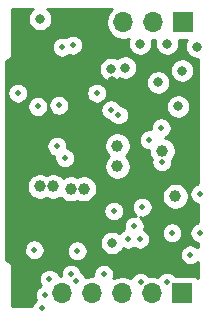
<source format=gbr>
%TF.GenerationSoftware,KiCad,Pcbnew,5.1.9*%
%TF.CreationDate,2021-01-18T23:58:31+01:00*%
%TF.ProjectId,wi-se-opi4,77692d73-652d-46f7-9069-342e6b696361,rev?*%
%TF.SameCoordinates,Original*%
%TF.FileFunction,Copper,L3,Inr*%
%TF.FilePolarity,Positive*%
%FSLAX46Y46*%
G04 Gerber Fmt 4.6, Leading zero omitted, Abs format (unit mm)*
G04 Created by KiCad (PCBNEW 5.1.9) date 2021-01-18 23:58:31*
%MOMM*%
%LPD*%
G01*
G04 APERTURE LIST*
%TA.AperFunction,ComponentPad*%
%ADD10R,1.700000X1.700000*%
%TD*%
%TA.AperFunction,ComponentPad*%
%ADD11O,1.700000X1.700000*%
%TD*%
%TA.AperFunction,ViaPad*%
%ADD12C,1.000000*%
%TD*%
%TA.AperFunction,ViaPad*%
%ADD13C,0.800000*%
%TD*%
%TA.AperFunction,ViaPad*%
%ADD14C,0.500000*%
%TD*%
%TA.AperFunction,Conductor*%
%ADD15C,0.254000*%
%TD*%
%TA.AperFunction,Conductor*%
%ADD16C,0.100000*%
%TD*%
G04 APERTURE END LIST*
D10*
%TO.N,VCC*%
%TO.C,J2*%
X109750000Y-91250000D03*
D11*
%TO.N,EN*%
X107210000Y-91250000D03*
%TO.N,BOOT0*%
X104670000Y-91250000D03*
%TO.N,DTR*%
X102130000Y-91250000D03*
%TO.N,RTS*%
X99590000Y-91250000D03*
%TD*%
D10*
%TO.N,GND*%
%TO.C,J1*%
X109840000Y-68300000D03*
D11*
%TO.N,TXD*%
X107300000Y-68300000D03*
%TO.N,RXD*%
X104760000Y-68300000D03*
%TD*%
D12*
%TO.N,VCC*%
X109143800Y-83032600D03*
%TO.N,GND*%
X104250000Y-78750000D03*
X104250000Y-80500000D03*
X97700000Y-82200000D03*
X98800000Y-82200000D03*
X100300000Y-82400000D03*
X101400000Y-82400000D03*
D13*
X97700000Y-68000000D03*
X103722969Y-72273631D03*
D14*
X106209810Y-90309990D03*
D12*
X108051600Y-79171800D03*
D13*
X107696000Y-73380600D03*
X103802715Y-86981609D03*
D12*
%TO.N,+3V3*%
X101400000Y-85300000D03*
D13*
X96200000Y-87400000D03*
D12*
X97800000Y-85400000D03*
X98900000Y-85400000D03*
X100300000Y-85500000D03*
D13*
X99822000Y-73595000D03*
X103835200Y-73279000D03*
D12*
X107696000Y-84469647D03*
X107492800Y-86906000D03*
D14*
%TO.N,EN*%
X99568000Y-70408800D03*
X98501200Y-90032501D03*
X100761800Y-90220800D03*
%TO.N,BOOT0*%
X97891600Y-92525000D03*
X108461250Y-90300002D03*
X106146600Y-86664800D03*
X106345999Y-83953114D03*
X103936800Y-84277200D03*
X104343200Y-76149200D03*
X97500000Y-75427400D03*
%TO.N,RST*%
X100457000Y-70231000D03*
D13*
%TO.N,LED_WIFI*%
X108458000Y-70104000D03*
X110998000Y-70358000D03*
%TO.N,Net-(D1-Pad1)*%
X109728000Y-72390000D03*
%TO.N,Net-(D2-Pad1)*%
X109400719Y-75421928D03*
D14*
%TO.N,LED_STATUS*%
X107950000Y-77216000D03*
X106934000Y-78232000D03*
%TO.N,Net-(D3-Pad1)*%
X110413800Y-87985600D03*
%TO.N,Net-(D4-Pad1)*%
X111225000Y-86106000D03*
X100838000Y-87630000D03*
X108874990Y-86106000D03*
%TO.N,LED_RX*%
X111225000Y-82804000D03*
X107996417Y-80124749D03*
X105664000Y-85556000D03*
X105156000Y-86656000D03*
%TO.N,DTR*%
X98145600Y-91389200D03*
%TO.N,RTS*%
X97205800Y-87553800D03*
X99796600Y-79781400D03*
X99129090Y-78809090D03*
%TO.N,Net-(Q1-Pad2)*%
X95808800Y-74295000D03*
X102489000Y-74295000D03*
%TO.N,Net-(Q2-Pad2)*%
X103682800Y-75692000D03*
X99288600Y-75336400D03*
D13*
%TO.N,Net-(R11-Pad1)*%
X106172000Y-70104000D03*
%TO.N,Net-(R12-Pad1)*%
X104902000Y-72136000D03*
D14*
%TO.N,Net-(R13-Pad2)*%
X100330000Y-89632502D03*
X103082000Y-89632502D03*
%TD*%
D15*
%TO.N,+3V3*%
X97040226Y-67196063D02*
X96896063Y-67340226D01*
X96782795Y-67509744D01*
X96704774Y-67698102D01*
X96665000Y-67898061D01*
X96665000Y-68101939D01*
X96704774Y-68301898D01*
X96782795Y-68490256D01*
X96896063Y-68659774D01*
X97040226Y-68803937D01*
X97209744Y-68917205D01*
X97398102Y-68995226D01*
X97598061Y-69035000D01*
X97801939Y-69035000D01*
X98001898Y-68995226D01*
X98190256Y-68917205D01*
X98359774Y-68803937D01*
X98503937Y-68659774D01*
X98617205Y-68490256D01*
X98695226Y-68301898D01*
X98735000Y-68101939D01*
X98735000Y-67898061D01*
X98695226Y-67698102D01*
X98617205Y-67509744D01*
X98503937Y-67340226D01*
X98359774Y-67196063D01*
X98305802Y-67160000D01*
X103799893Y-67160000D01*
X103606525Y-67353368D01*
X103444010Y-67596589D01*
X103332068Y-67866842D01*
X103275000Y-68153740D01*
X103275000Y-68446260D01*
X103332068Y-68733158D01*
X103444010Y-69003411D01*
X103606525Y-69246632D01*
X103813368Y-69453475D01*
X104056589Y-69615990D01*
X104326842Y-69727932D01*
X104613740Y-69785000D01*
X104906260Y-69785000D01*
X105193158Y-69727932D01*
X105210466Y-69720763D01*
X105176774Y-69802102D01*
X105137000Y-70002061D01*
X105137000Y-70205939D01*
X105176774Y-70405898D01*
X105254795Y-70594256D01*
X105368063Y-70763774D01*
X105512226Y-70907937D01*
X105681744Y-71021205D01*
X105870102Y-71099226D01*
X106070061Y-71139000D01*
X106273939Y-71139000D01*
X106473898Y-71099226D01*
X106662256Y-71021205D01*
X106831774Y-70907937D01*
X106975937Y-70763774D01*
X107089205Y-70594256D01*
X107167226Y-70405898D01*
X107207000Y-70205939D01*
X107207000Y-70002061D01*
X107167226Y-69802102D01*
X107160142Y-69785000D01*
X107446260Y-69785000D01*
X107471977Y-69779885D01*
X107462774Y-69802102D01*
X107423000Y-70002061D01*
X107423000Y-70205939D01*
X107462774Y-70405898D01*
X107540795Y-70594256D01*
X107654063Y-70763774D01*
X107798226Y-70907937D01*
X107967744Y-71021205D01*
X108156102Y-71099226D01*
X108356061Y-71139000D01*
X108559939Y-71139000D01*
X108759898Y-71099226D01*
X108948256Y-71021205D01*
X109117774Y-70907937D01*
X109261937Y-70763774D01*
X109375205Y-70594256D01*
X109453226Y-70405898D01*
X109493000Y-70205939D01*
X109493000Y-70002061D01*
X109453226Y-69802102D01*
X109447415Y-69788072D01*
X110134030Y-69788072D01*
X110080795Y-69867744D01*
X110002774Y-70056102D01*
X109963000Y-70256061D01*
X109963000Y-70459939D01*
X110002774Y-70659898D01*
X110080795Y-70848256D01*
X110194063Y-71017774D01*
X110338226Y-71161937D01*
X110507744Y-71275205D01*
X110696102Y-71353226D01*
X110896061Y-71393000D01*
X111040000Y-71393000D01*
X111040001Y-81938460D01*
X110966855Y-81953010D01*
X110805795Y-82019723D01*
X110660845Y-82116576D01*
X110537576Y-82239845D01*
X110440723Y-82384795D01*
X110374010Y-82545855D01*
X110340000Y-82716835D01*
X110340000Y-82891165D01*
X110374010Y-83062145D01*
X110440723Y-83223205D01*
X110537576Y-83368155D01*
X110660845Y-83491424D01*
X110805795Y-83588277D01*
X110966855Y-83654990D01*
X111040001Y-83669540D01*
X111040001Y-85240460D01*
X110966855Y-85255010D01*
X110805795Y-85321723D01*
X110660845Y-85418576D01*
X110537576Y-85541845D01*
X110440723Y-85686795D01*
X110374010Y-85847855D01*
X110340000Y-86018835D01*
X110340000Y-86193165D01*
X110374010Y-86364145D01*
X110440723Y-86525205D01*
X110537576Y-86670155D01*
X110660845Y-86793424D01*
X110805795Y-86890277D01*
X110966855Y-86956990D01*
X111040001Y-86971540D01*
X111040001Y-87360222D01*
X110977955Y-87298176D01*
X110833005Y-87201323D01*
X110671945Y-87134610D01*
X110500965Y-87100600D01*
X110326635Y-87100600D01*
X110155655Y-87134610D01*
X109994595Y-87201323D01*
X109849645Y-87298176D01*
X109726376Y-87421445D01*
X109629523Y-87566395D01*
X109562810Y-87727455D01*
X109528800Y-87898435D01*
X109528800Y-88072765D01*
X109562810Y-88243745D01*
X109629523Y-88404805D01*
X109726376Y-88549755D01*
X109849645Y-88673024D01*
X109994595Y-88769877D01*
X110155655Y-88836590D01*
X110326635Y-88870600D01*
X110500965Y-88870600D01*
X110671945Y-88836590D01*
X110833005Y-88769877D01*
X110977955Y-88673024D01*
X111040001Y-88610978D01*
X111040001Y-89939636D01*
X110954494Y-89869463D01*
X110844180Y-89810498D01*
X110724482Y-89774188D01*
X110600000Y-89761928D01*
X109166101Y-89761928D01*
X109148674Y-89735847D01*
X109025405Y-89612578D01*
X108880455Y-89515725D01*
X108719395Y-89449012D01*
X108548415Y-89415002D01*
X108374085Y-89415002D01*
X108203105Y-89449012D01*
X108042045Y-89515725D01*
X107897095Y-89612578D01*
X107773826Y-89735847D01*
X107700378Y-89845769D01*
X107643158Y-89822068D01*
X107356260Y-89765000D01*
X107063740Y-89765000D01*
X106928072Y-89791986D01*
X106897234Y-89745835D01*
X106773965Y-89622566D01*
X106629015Y-89525713D01*
X106467955Y-89459000D01*
X106296975Y-89424990D01*
X106122645Y-89424990D01*
X105951665Y-89459000D01*
X105790605Y-89525713D01*
X105645655Y-89622566D01*
X105522386Y-89745835D01*
X105425533Y-89890785D01*
X105400211Y-89951917D01*
X105373411Y-89934010D01*
X105103158Y-89822068D01*
X104816260Y-89765000D01*
X104523740Y-89765000D01*
X104236842Y-89822068D01*
X103966589Y-89934010D01*
X103895297Y-89981646D01*
X103932990Y-89890647D01*
X103967000Y-89719667D01*
X103967000Y-89545337D01*
X103932990Y-89374357D01*
X103866277Y-89213297D01*
X103769424Y-89068347D01*
X103646155Y-88945078D01*
X103501205Y-88848225D01*
X103340145Y-88781512D01*
X103169165Y-88747502D01*
X102994835Y-88747502D01*
X102823855Y-88781512D01*
X102662795Y-88848225D01*
X102517845Y-88945078D01*
X102394576Y-89068347D01*
X102297723Y-89213297D01*
X102231010Y-89374357D01*
X102197000Y-89545337D01*
X102197000Y-89719667D01*
X102206017Y-89765000D01*
X101983740Y-89765000D01*
X101696842Y-89822068D01*
X101575394Y-89872373D01*
X101546077Y-89801595D01*
X101449224Y-89656645D01*
X101325955Y-89533376D01*
X101195249Y-89446040D01*
X101180990Y-89374357D01*
X101114277Y-89213297D01*
X101017424Y-89068347D01*
X100894155Y-88945078D01*
X100749205Y-88848225D01*
X100588145Y-88781512D01*
X100417165Y-88747502D01*
X100242835Y-88747502D01*
X100071855Y-88781512D01*
X99910795Y-88848225D01*
X99765845Y-88945078D01*
X99642576Y-89068347D01*
X99545723Y-89213297D01*
X99479010Y-89374357D01*
X99445000Y-89545337D01*
X99445000Y-89719667D01*
X99454017Y-89765000D01*
X99443740Y-89765000D01*
X99353884Y-89782874D01*
X99352190Y-89774356D01*
X99285477Y-89613296D01*
X99188624Y-89468346D01*
X99065355Y-89345077D01*
X98920405Y-89248224D01*
X98759345Y-89181511D01*
X98588365Y-89147501D01*
X98414035Y-89147501D01*
X98243055Y-89181511D01*
X98081995Y-89248224D01*
X97937045Y-89345077D01*
X97813776Y-89468346D01*
X97716923Y-89613296D01*
X97650210Y-89774356D01*
X97616200Y-89945336D01*
X97616200Y-90119666D01*
X97650210Y-90290646D01*
X97716923Y-90451706D01*
X97799161Y-90574783D01*
X97726395Y-90604923D01*
X97581445Y-90701776D01*
X97458176Y-90825045D01*
X97361323Y-90969995D01*
X97294610Y-91131055D01*
X97260600Y-91302035D01*
X97260600Y-91476365D01*
X97294610Y-91647345D01*
X97361323Y-91808405D01*
X97364341Y-91812922D01*
X97327445Y-91837576D01*
X97204176Y-91960845D01*
X97107323Y-92105795D01*
X97040610Y-92266855D01*
X97026061Y-92340000D01*
X95360000Y-92340000D01*
X95360000Y-89132419D01*
X95363193Y-89100000D01*
X95350450Y-88970617D01*
X95312710Y-88846207D01*
X95251425Y-88731550D01*
X95168948Y-88631052D01*
X95068450Y-88548575D01*
X94953793Y-88487290D01*
X94856937Y-88457909D01*
X94856937Y-87466635D01*
X96320800Y-87466635D01*
X96320800Y-87640965D01*
X96354810Y-87811945D01*
X96421523Y-87973005D01*
X96518376Y-88117955D01*
X96641645Y-88241224D01*
X96786595Y-88338077D01*
X96947655Y-88404790D01*
X97118635Y-88438800D01*
X97292965Y-88438800D01*
X97463945Y-88404790D01*
X97625005Y-88338077D01*
X97769955Y-88241224D01*
X97893224Y-88117955D01*
X97990077Y-87973005D01*
X98056790Y-87811945D01*
X98090800Y-87640965D01*
X98090800Y-87542835D01*
X99953000Y-87542835D01*
X99953000Y-87717165D01*
X99987010Y-87888145D01*
X100053723Y-88049205D01*
X100150576Y-88194155D01*
X100273845Y-88317424D01*
X100418795Y-88414277D01*
X100579855Y-88480990D01*
X100750835Y-88515000D01*
X100925165Y-88515000D01*
X101096145Y-88480990D01*
X101257205Y-88414277D01*
X101402155Y-88317424D01*
X101525424Y-88194155D01*
X101622277Y-88049205D01*
X101688990Y-87888145D01*
X101723000Y-87717165D01*
X101723000Y-87542835D01*
X101688990Y-87371855D01*
X101622277Y-87210795D01*
X101525424Y-87065845D01*
X101402155Y-86942576D01*
X101308011Y-86879670D01*
X102767715Y-86879670D01*
X102767715Y-87083548D01*
X102807489Y-87283507D01*
X102885510Y-87471865D01*
X102998778Y-87641383D01*
X103142941Y-87785546D01*
X103312459Y-87898814D01*
X103500817Y-87976835D01*
X103700776Y-88016609D01*
X103904654Y-88016609D01*
X104104613Y-87976835D01*
X104292971Y-87898814D01*
X104462489Y-87785546D01*
X104606652Y-87641383D01*
X104719920Y-87471865D01*
X104733826Y-87438293D01*
X104736795Y-87440277D01*
X104897855Y-87506990D01*
X105068835Y-87541000D01*
X105243165Y-87541000D01*
X105414145Y-87506990D01*
X105575205Y-87440277D01*
X105644715Y-87393832D01*
X105727395Y-87449077D01*
X105888455Y-87515790D01*
X106059435Y-87549800D01*
X106233765Y-87549800D01*
X106404745Y-87515790D01*
X106565805Y-87449077D01*
X106710755Y-87352224D01*
X106834024Y-87228955D01*
X106930877Y-87084005D01*
X106997590Y-86922945D01*
X107031600Y-86751965D01*
X107031600Y-86577635D01*
X106997590Y-86406655D01*
X106930877Y-86245595D01*
X106834024Y-86100645D01*
X106752214Y-86018835D01*
X107989990Y-86018835D01*
X107989990Y-86193165D01*
X108024000Y-86364145D01*
X108090713Y-86525205D01*
X108187566Y-86670155D01*
X108310835Y-86793424D01*
X108455785Y-86890277D01*
X108616845Y-86956990D01*
X108787825Y-86991000D01*
X108962155Y-86991000D01*
X109133135Y-86956990D01*
X109294195Y-86890277D01*
X109439145Y-86793424D01*
X109562414Y-86670155D01*
X109659267Y-86525205D01*
X109725980Y-86364145D01*
X109759990Y-86193165D01*
X109759990Y-86018835D01*
X109725980Y-85847855D01*
X109659267Y-85686795D01*
X109562414Y-85541845D01*
X109439145Y-85418576D01*
X109294195Y-85321723D01*
X109133135Y-85255010D01*
X108962155Y-85221000D01*
X108787825Y-85221000D01*
X108616845Y-85255010D01*
X108455785Y-85321723D01*
X108310835Y-85418576D01*
X108187566Y-85541845D01*
X108090713Y-85686795D01*
X108024000Y-85847855D01*
X107989990Y-86018835D01*
X106752214Y-86018835D01*
X106710755Y-85977376D01*
X106565805Y-85880523D01*
X106498964Y-85852836D01*
X106514990Y-85814145D01*
X106549000Y-85643165D01*
X106549000Y-85468835D01*
X106514990Y-85297855D01*
X106448277Y-85136795D01*
X106351424Y-84991845D01*
X106228155Y-84868576D01*
X106150237Y-84816513D01*
X106258834Y-84838114D01*
X106433164Y-84838114D01*
X106604144Y-84804104D01*
X106765204Y-84737391D01*
X106910154Y-84640538D01*
X107033423Y-84517269D01*
X107130276Y-84372319D01*
X107196989Y-84211259D01*
X107230999Y-84040279D01*
X107230999Y-83865949D01*
X107196989Y-83694969D01*
X107130276Y-83533909D01*
X107033423Y-83388959D01*
X106910154Y-83265690D01*
X106765204Y-83168837D01*
X106604144Y-83102124D01*
X106433164Y-83068114D01*
X106258834Y-83068114D01*
X106087854Y-83102124D01*
X105926794Y-83168837D01*
X105781844Y-83265690D01*
X105658575Y-83388959D01*
X105561722Y-83533909D01*
X105495009Y-83694969D01*
X105460999Y-83865949D01*
X105460999Y-84040279D01*
X105495009Y-84211259D01*
X105561722Y-84372319D01*
X105658575Y-84517269D01*
X105781844Y-84640538D01*
X105859762Y-84692601D01*
X105751165Y-84671000D01*
X105576835Y-84671000D01*
X105405855Y-84705010D01*
X105244795Y-84771723D01*
X105099845Y-84868576D01*
X104976576Y-84991845D01*
X104879723Y-85136795D01*
X104813010Y-85297855D01*
X104779000Y-85468835D01*
X104779000Y-85643165D01*
X104813010Y-85814145D01*
X104822205Y-85836345D01*
X104736795Y-85871723D01*
X104591845Y-85968576D01*
X104468576Y-86091845D01*
X104427050Y-86153993D01*
X104292971Y-86064404D01*
X104104613Y-85986383D01*
X103904654Y-85946609D01*
X103700776Y-85946609D01*
X103500817Y-85986383D01*
X103312459Y-86064404D01*
X103142941Y-86177672D01*
X102998778Y-86321835D01*
X102885510Y-86491353D01*
X102807489Y-86679711D01*
X102767715Y-86879670D01*
X101308011Y-86879670D01*
X101257205Y-86845723D01*
X101096145Y-86779010D01*
X100925165Y-86745000D01*
X100750835Y-86745000D01*
X100579855Y-86779010D01*
X100418795Y-86845723D01*
X100273845Y-86942576D01*
X100150576Y-87065845D01*
X100053723Y-87210795D01*
X99987010Y-87371855D01*
X99953000Y-87542835D01*
X98090800Y-87542835D01*
X98090800Y-87466635D01*
X98056790Y-87295655D01*
X97990077Y-87134595D01*
X97893224Y-86989645D01*
X97769955Y-86866376D01*
X97625005Y-86769523D01*
X97463945Y-86702810D01*
X97292965Y-86668800D01*
X97118635Y-86668800D01*
X96947655Y-86702810D01*
X96786595Y-86769523D01*
X96641645Y-86866376D01*
X96518376Y-86989645D01*
X96421523Y-87134595D01*
X96354810Y-87295655D01*
X96320800Y-87466635D01*
X94856937Y-87466635D01*
X94856937Y-84190035D01*
X103051800Y-84190035D01*
X103051800Y-84364365D01*
X103085810Y-84535345D01*
X103152523Y-84696405D01*
X103249376Y-84841355D01*
X103372645Y-84964624D01*
X103517595Y-85061477D01*
X103678655Y-85128190D01*
X103849635Y-85162200D01*
X104023965Y-85162200D01*
X104194945Y-85128190D01*
X104356005Y-85061477D01*
X104500955Y-84964624D01*
X104624224Y-84841355D01*
X104721077Y-84696405D01*
X104787790Y-84535345D01*
X104821800Y-84364365D01*
X104821800Y-84190035D01*
X104787790Y-84019055D01*
X104721077Y-83857995D01*
X104624224Y-83713045D01*
X104500955Y-83589776D01*
X104356005Y-83492923D01*
X104194945Y-83426210D01*
X104023965Y-83392200D01*
X103849635Y-83392200D01*
X103678655Y-83426210D01*
X103517595Y-83492923D01*
X103372645Y-83589776D01*
X103249376Y-83713045D01*
X103152523Y-83857995D01*
X103085810Y-84019055D01*
X103051800Y-84190035D01*
X94856937Y-84190035D01*
X94856937Y-82088212D01*
X96565000Y-82088212D01*
X96565000Y-82311788D01*
X96608617Y-82531067D01*
X96694176Y-82737624D01*
X96818388Y-82923520D01*
X96976480Y-83081612D01*
X97162376Y-83205824D01*
X97368933Y-83291383D01*
X97588212Y-83335000D01*
X97811788Y-83335000D01*
X98031067Y-83291383D01*
X98237624Y-83205824D01*
X98250000Y-83197555D01*
X98262376Y-83205824D01*
X98468933Y-83291383D01*
X98688212Y-83335000D01*
X98911788Y-83335000D01*
X99131067Y-83291383D01*
X99337624Y-83205824D01*
X99435376Y-83140508D01*
X99576480Y-83281612D01*
X99762376Y-83405824D01*
X99968933Y-83491383D01*
X100188212Y-83535000D01*
X100411788Y-83535000D01*
X100631067Y-83491383D01*
X100837624Y-83405824D01*
X100850000Y-83397555D01*
X100862376Y-83405824D01*
X101068933Y-83491383D01*
X101288212Y-83535000D01*
X101511788Y-83535000D01*
X101731067Y-83491383D01*
X101937624Y-83405824D01*
X102123520Y-83281612D01*
X102281612Y-83123520D01*
X102405824Y-82937624D01*
X102412787Y-82920812D01*
X108008800Y-82920812D01*
X108008800Y-83144388D01*
X108052417Y-83363667D01*
X108137976Y-83570224D01*
X108262188Y-83756120D01*
X108420280Y-83914212D01*
X108606176Y-84038424D01*
X108812733Y-84123983D01*
X109032012Y-84167600D01*
X109255588Y-84167600D01*
X109474867Y-84123983D01*
X109681424Y-84038424D01*
X109867320Y-83914212D01*
X110025412Y-83756120D01*
X110149624Y-83570224D01*
X110235183Y-83363667D01*
X110278800Y-83144388D01*
X110278800Y-82920812D01*
X110235183Y-82701533D01*
X110149624Y-82494976D01*
X110025412Y-82309080D01*
X109867320Y-82150988D01*
X109681424Y-82026776D01*
X109474867Y-81941217D01*
X109255588Y-81897600D01*
X109032012Y-81897600D01*
X108812733Y-81941217D01*
X108606176Y-82026776D01*
X108420280Y-82150988D01*
X108262188Y-82309080D01*
X108137976Y-82494976D01*
X108052417Y-82701533D01*
X108008800Y-82920812D01*
X102412787Y-82920812D01*
X102491383Y-82731067D01*
X102535000Y-82511788D01*
X102535000Y-82288212D01*
X102491383Y-82068933D01*
X102405824Y-81862376D01*
X102281612Y-81676480D01*
X102123520Y-81518388D01*
X101937624Y-81394176D01*
X101731067Y-81308617D01*
X101511788Y-81265000D01*
X101288212Y-81265000D01*
X101068933Y-81308617D01*
X100862376Y-81394176D01*
X100850000Y-81402445D01*
X100837624Y-81394176D01*
X100631067Y-81308617D01*
X100411788Y-81265000D01*
X100188212Y-81265000D01*
X99968933Y-81308617D01*
X99762376Y-81394176D01*
X99664624Y-81459492D01*
X99523520Y-81318388D01*
X99337624Y-81194176D01*
X99131067Y-81108617D01*
X98911788Y-81065000D01*
X98688212Y-81065000D01*
X98468933Y-81108617D01*
X98262376Y-81194176D01*
X98250000Y-81202445D01*
X98237624Y-81194176D01*
X98031067Y-81108617D01*
X97811788Y-81065000D01*
X97588212Y-81065000D01*
X97368933Y-81108617D01*
X97162376Y-81194176D01*
X96976480Y-81318388D01*
X96818388Y-81476480D01*
X96694176Y-81662376D01*
X96608617Y-81868933D01*
X96565000Y-82088212D01*
X94856937Y-82088212D01*
X94856937Y-78721925D01*
X98244090Y-78721925D01*
X98244090Y-78896255D01*
X98278100Y-79067235D01*
X98344813Y-79228295D01*
X98441666Y-79373245D01*
X98564935Y-79496514D01*
X98709885Y-79593367D01*
X98870945Y-79660080D01*
X98916588Y-79669159D01*
X98911600Y-79694235D01*
X98911600Y-79868565D01*
X98945610Y-80039545D01*
X99012323Y-80200605D01*
X99109176Y-80345555D01*
X99232445Y-80468824D01*
X99377395Y-80565677D01*
X99538455Y-80632390D01*
X99709435Y-80666400D01*
X99883765Y-80666400D01*
X100054745Y-80632390D01*
X100215805Y-80565677D01*
X100360755Y-80468824D01*
X100484024Y-80345555D01*
X100580877Y-80200605D01*
X100647590Y-80039545D01*
X100681600Y-79868565D01*
X100681600Y-79694235D01*
X100647590Y-79523255D01*
X100580877Y-79362195D01*
X100484024Y-79217245D01*
X100360755Y-79093976D01*
X100215805Y-78997123D01*
X100054745Y-78930410D01*
X100009102Y-78921331D01*
X100014090Y-78896255D01*
X100014090Y-78721925D01*
X99997439Y-78638212D01*
X103115000Y-78638212D01*
X103115000Y-78861788D01*
X103158617Y-79081067D01*
X103244176Y-79287624D01*
X103368388Y-79473520D01*
X103519868Y-79625000D01*
X103368388Y-79776480D01*
X103244176Y-79962376D01*
X103158617Y-80168933D01*
X103115000Y-80388212D01*
X103115000Y-80611788D01*
X103158617Y-80831067D01*
X103244176Y-81037624D01*
X103368388Y-81223520D01*
X103526480Y-81381612D01*
X103712376Y-81505824D01*
X103918933Y-81591383D01*
X104138212Y-81635000D01*
X104361788Y-81635000D01*
X104581067Y-81591383D01*
X104787624Y-81505824D01*
X104973520Y-81381612D01*
X105131612Y-81223520D01*
X105255824Y-81037624D01*
X105341383Y-80831067D01*
X105385000Y-80611788D01*
X105385000Y-80388212D01*
X105341383Y-80168933D01*
X105255824Y-79962376D01*
X105131612Y-79776480D01*
X104980132Y-79625000D01*
X105131612Y-79473520D01*
X105255824Y-79287624D01*
X105341383Y-79081067D01*
X105385000Y-78861788D01*
X105385000Y-78638212D01*
X105341383Y-78418933D01*
X105255824Y-78212376D01*
X105210695Y-78144835D01*
X106049000Y-78144835D01*
X106049000Y-78319165D01*
X106083010Y-78490145D01*
X106149723Y-78651205D01*
X106246576Y-78796155D01*
X106369845Y-78919424D01*
X106514795Y-79016277D01*
X106675855Y-79082990D01*
X106846835Y-79117000D01*
X106916600Y-79117000D01*
X106916600Y-79283588D01*
X106960217Y-79502867D01*
X107045776Y-79709424D01*
X107147483Y-79861639D01*
X107145427Y-79866604D01*
X107111417Y-80037584D01*
X107111417Y-80211914D01*
X107145427Y-80382894D01*
X107212140Y-80543954D01*
X107308993Y-80688904D01*
X107432262Y-80812173D01*
X107577212Y-80909026D01*
X107738272Y-80975739D01*
X107909252Y-81009749D01*
X108083582Y-81009749D01*
X108254562Y-80975739D01*
X108415622Y-80909026D01*
X108560572Y-80812173D01*
X108683841Y-80688904D01*
X108780694Y-80543954D01*
X108847407Y-80382894D01*
X108881417Y-80211914D01*
X108881417Y-80037584D01*
X108866407Y-79962125D01*
X108933212Y-79895320D01*
X109057424Y-79709424D01*
X109142983Y-79502867D01*
X109186600Y-79283588D01*
X109186600Y-79060012D01*
X109142983Y-78840733D01*
X109057424Y-78634176D01*
X108933212Y-78448280D01*
X108775120Y-78290188D01*
X108589224Y-78165976D01*
X108382667Y-78080417D01*
X108242865Y-78052609D01*
X108369205Y-78000277D01*
X108514155Y-77903424D01*
X108637424Y-77780155D01*
X108734277Y-77635205D01*
X108800990Y-77474145D01*
X108835000Y-77303165D01*
X108835000Y-77128835D01*
X108800990Y-76957855D01*
X108734277Y-76796795D01*
X108637424Y-76651845D01*
X108514155Y-76528576D01*
X108369205Y-76431723D01*
X108208145Y-76365010D01*
X108037165Y-76331000D01*
X107862835Y-76331000D01*
X107691855Y-76365010D01*
X107530795Y-76431723D01*
X107385845Y-76528576D01*
X107262576Y-76651845D01*
X107165723Y-76796795D01*
X107099010Y-76957855D01*
X107065000Y-77128835D01*
X107065000Y-77303165D01*
X107075884Y-77357884D01*
X107021165Y-77347000D01*
X106846835Y-77347000D01*
X106675855Y-77381010D01*
X106514795Y-77447723D01*
X106369845Y-77544576D01*
X106246576Y-77667845D01*
X106149723Y-77812795D01*
X106083010Y-77973855D01*
X106049000Y-78144835D01*
X105210695Y-78144835D01*
X105131612Y-78026480D01*
X104973520Y-77868388D01*
X104787624Y-77744176D01*
X104581067Y-77658617D01*
X104361788Y-77615000D01*
X104138212Y-77615000D01*
X103918933Y-77658617D01*
X103712376Y-77744176D01*
X103526480Y-77868388D01*
X103368388Y-78026480D01*
X103244176Y-78212376D01*
X103158617Y-78418933D01*
X103115000Y-78638212D01*
X99997439Y-78638212D01*
X99980080Y-78550945D01*
X99913367Y-78389885D01*
X99816514Y-78244935D01*
X99693245Y-78121666D01*
X99548295Y-78024813D01*
X99387235Y-77958100D01*
X99216255Y-77924090D01*
X99041925Y-77924090D01*
X98870945Y-77958100D01*
X98709885Y-78024813D01*
X98564935Y-78121666D01*
X98441666Y-78244935D01*
X98344813Y-78389885D01*
X98278100Y-78550945D01*
X98244090Y-78721925D01*
X94856937Y-78721925D01*
X94856937Y-75340235D01*
X96615000Y-75340235D01*
X96615000Y-75514565D01*
X96649010Y-75685545D01*
X96715723Y-75846605D01*
X96812576Y-75991555D01*
X96935845Y-76114824D01*
X97080795Y-76211677D01*
X97241855Y-76278390D01*
X97412835Y-76312400D01*
X97587165Y-76312400D01*
X97758145Y-76278390D01*
X97919205Y-76211677D01*
X98064155Y-76114824D01*
X98187424Y-75991555D01*
X98284277Y-75846605D01*
X98350990Y-75685545D01*
X98385000Y-75514565D01*
X98385000Y-75340235D01*
X98366899Y-75249235D01*
X98403600Y-75249235D01*
X98403600Y-75423565D01*
X98437610Y-75594545D01*
X98504323Y-75755605D01*
X98601176Y-75900555D01*
X98724445Y-76023824D01*
X98869395Y-76120677D01*
X99030455Y-76187390D01*
X99201435Y-76221400D01*
X99375765Y-76221400D01*
X99546745Y-76187390D01*
X99707805Y-76120677D01*
X99852755Y-76023824D01*
X99976024Y-75900555D01*
X100072877Y-75755605D01*
X100135327Y-75604835D01*
X102797800Y-75604835D01*
X102797800Y-75779165D01*
X102831810Y-75950145D01*
X102898523Y-76111205D01*
X102995376Y-76256155D01*
X103118645Y-76379424D01*
X103263595Y-76476277D01*
X103424655Y-76542990D01*
X103559919Y-76569896D01*
X103655776Y-76713355D01*
X103779045Y-76836624D01*
X103923995Y-76933477D01*
X104085055Y-77000190D01*
X104256035Y-77034200D01*
X104430365Y-77034200D01*
X104601345Y-77000190D01*
X104762405Y-76933477D01*
X104907355Y-76836624D01*
X105030624Y-76713355D01*
X105127477Y-76568405D01*
X105194190Y-76407345D01*
X105228200Y-76236365D01*
X105228200Y-76062035D01*
X105194190Y-75891055D01*
X105127477Y-75729995D01*
X105030624Y-75585045D01*
X104907355Y-75461776D01*
X104762405Y-75364923D01*
X104653925Y-75319989D01*
X108365719Y-75319989D01*
X108365719Y-75523867D01*
X108405493Y-75723826D01*
X108483514Y-75912184D01*
X108596782Y-76081702D01*
X108740945Y-76225865D01*
X108910463Y-76339133D01*
X109098821Y-76417154D01*
X109298780Y-76456928D01*
X109502658Y-76456928D01*
X109702617Y-76417154D01*
X109890975Y-76339133D01*
X110060493Y-76225865D01*
X110204656Y-76081702D01*
X110317924Y-75912184D01*
X110395945Y-75723826D01*
X110435719Y-75523867D01*
X110435719Y-75319989D01*
X110395945Y-75120030D01*
X110317924Y-74931672D01*
X110204656Y-74762154D01*
X110060493Y-74617991D01*
X109890975Y-74504723D01*
X109702617Y-74426702D01*
X109502658Y-74386928D01*
X109298780Y-74386928D01*
X109098821Y-74426702D01*
X108910463Y-74504723D01*
X108740945Y-74617991D01*
X108596782Y-74762154D01*
X108483514Y-74931672D01*
X108405493Y-75120030D01*
X108365719Y-75319989D01*
X104653925Y-75319989D01*
X104601345Y-75298210D01*
X104466081Y-75271304D01*
X104370224Y-75127845D01*
X104246955Y-75004576D01*
X104102005Y-74907723D01*
X103940945Y-74841010D01*
X103769965Y-74807000D01*
X103595635Y-74807000D01*
X103424655Y-74841010D01*
X103263595Y-74907723D01*
X103118645Y-75004576D01*
X102995376Y-75127845D01*
X102898523Y-75272795D01*
X102831810Y-75433855D01*
X102797800Y-75604835D01*
X100135327Y-75604835D01*
X100139590Y-75594545D01*
X100173600Y-75423565D01*
X100173600Y-75249235D01*
X100139590Y-75078255D01*
X100072877Y-74917195D01*
X99976024Y-74772245D01*
X99852755Y-74648976D01*
X99707805Y-74552123D01*
X99546745Y-74485410D01*
X99375765Y-74451400D01*
X99201435Y-74451400D01*
X99030455Y-74485410D01*
X98869395Y-74552123D01*
X98724445Y-74648976D01*
X98601176Y-74772245D01*
X98504323Y-74917195D01*
X98437610Y-75078255D01*
X98403600Y-75249235D01*
X98366899Y-75249235D01*
X98350990Y-75169255D01*
X98284277Y-75008195D01*
X98187424Y-74863245D01*
X98064155Y-74739976D01*
X97919205Y-74643123D01*
X97758145Y-74576410D01*
X97587165Y-74542400D01*
X97412835Y-74542400D01*
X97241855Y-74576410D01*
X97080795Y-74643123D01*
X96935845Y-74739976D01*
X96812576Y-74863245D01*
X96715723Y-75008195D01*
X96649010Y-75169255D01*
X96615000Y-75340235D01*
X94856937Y-75340235D01*
X94856937Y-74207835D01*
X94923800Y-74207835D01*
X94923800Y-74382165D01*
X94957810Y-74553145D01*
X95024523Y-74714205D01*
X95121376Y-74859155D01*
X95244645Y-74982424D01*
X95389595Y-75079277D01*
X95550655Y-75145990D01*
X95721635Y-75180000D01*
X95895965Y-75180000D01*
X96066945Y-75145990D01*
X96228005Y-75079277D01*
X96372955Y-74982424D01*
X96496224Y-74859155D01*
X96593077Y-74714205D01*
X96659790Y-74553145D01*
X96693800Y-74382165D01*
X96693800Y-74207835D01*
X101604000Y-74207835D01*
X101604000Y-74382165D01*
X101638010Y-74553145D01*
X101704723Y-74714205D01*
X101801576Y-74859155D01*
X101924845Y-74982424D01*
X102069795Y-75079277D01*
X102230855Y-75145990D01*
X102401835Y-75180000D01*
X102576165Y-75180000D01*
X102747145Y-75145990D01*
X102908205Y-75079277D01*
X103053155Y-74982424D01*
X103176424Y-74859155D01*
X103273277Y-74714205D01*
X103339990Y-74553145D01*
X103374000Y-74382165D01*
X103374000Y-74207835D01*
X103339990Y-74036855D01*
X103273277Y-73875795D01*
X103176424Y-73730845D01*
X103053155Y-73607576D01*
X102908205Y-73510723D01*
X102747145Y-73444010D01*
X102576165Y-73410000D01*
X102401835Y-73410000D01*
X102230855Y-73444010D01*
X102069795Y-73510723D01*
X101924845Y-73607576D01*
X101801576Y-73730845D01*
X101704723Y-73875795D01*
X101638010Y-74036855D01*
X101604000Y-74207835D01*
X96693800Y-74207835D01*
X96659790Y-74036855D01*
X96593077Y-73875795D01*
X96496224Y-73730845D01*
X96372955Y-73607576D01*
X96228005Y-73510723D01*
X96066945Y-73444010D01*
X95895965Y-73410000D01*
X95721635Y-73410000D01*
X95550655Y-73444010D01*
X95389595Y-73510723D01*
X95244645Y-73607576D01*
X95121376Y-73730845D01*
X95024523Y-73875795D01*
X94957810Y-74036855D01*
X94923800Y-74207835D01*
X94856937Y-74207835D01*
X94856937Y-72171692D01*
X102687969Y-72171692D01*
X102687969Y-72375570D01*
X102727743Y-72575529D01*
X102805764Y-72763887D01*
X102919032Y-72933405D01*
X103063195Y-73077568D01*
X103232713Y-73190836D01*
X103421071Y-73268857D01*
X103621030Y-73308631D01*
X103824908Y-73308631D01*
X103975578Y-73278661D01*
X106661000Y-73278661D01*
X106661000Y-73482539D01*
X106700774Y-73682498D01*
X106778795Y-73870856D01*
X106892063Y-74040374D01*
X107036226Y-74184537D01*
X107205744Y-74297805D01*
X107394102Y-74375826D01*
X107594061Y-74415600D01*
X107797939Y-74415600D01*
X107997898Y-74375826D01*
X108186256Y-74297805D01*
X108355774Y-74184537D01*
X108499937Y-74040374D01*
X108613205Y-73870856D01*
X108691226Y-73682498D01*
X108731000Y-73482539D01*
X108731000Y-73278661D01*
X108691226Y-73078702D01*
X108613205Y-72890344D01*
X108499937Y-72720826D01*
X108355774Y-72576663D01*
X108186256Y-72463395D01*
X107997898Y-72385374D01*
X107797939Y-72345600D01*
X107594061Y-72345600D01*
X107394102Y-72385374D01*
X107205744Y-72463395D01*
X107036226Y-72576663D01*
X106892063Y-72720826D01*
X106778795Y-72890344D01*
X106700774Y-73078702D01*
X106661000Y-73278661D01*
X103975578Y-73278661D01*
X104024867Y-73268857D01*
X104213225Y-73190836D01*
X104382743Y-73077568D01*
X104408964Y-73051347D01*
X104411744Y-73053205D01*
X104600102Y-73131226D01*
X104800061Y-73171000D01*
X105003939Y-73171000D01*
X105203898Y-73131226D01*
X105392256Y-73053205D01*
X105561774Y-72939937D01*
X105705937Y-72795774D01*
X105819205Y-72626256D01*
X105897226Y-72437898D01*
X105927030Y-72288061D01*
X108693000Y-72288061D01*
X108693000Y-72491939D01*
X108732774Y-72691898D01*
X108810795Y-72880256D01*
X108924063Y-73049774D01*
X109068226Y-73193937D01*
X109237744Y-73307205D01*
X109426102Y-73385226D01*
X109626061Y-73425000D01*
X109829939Y-73425000D01*
X110029898Y-73385226D01*
X110218256Y-73307205D01*
X110387774Y-73193937D01*
X110531937Y-73049774D01*
X110645205Y-72880256D01*
X110723226Y-72691898D01*
X110763000Y-72491939D01*
X110763000Y-72288061D01*
X110723226Y-72088102D01*
X110645205Y-71899744D01*
X110531937Y-71730226D01*
X110387774Y-71586063D01*
X110218256Y-71472795D01*
X110029898Y-71394774D01*
X109829939Y-71355000D01*
X109626061Y-71355000D01*
X109426102Y-71394774D01*
X109237744Y-71472795D01*
X109068226Y-71586063D01*
X108924063Y-71730226D01*
X108810795Y-71899744D01*
X108732774Y-72088102D01*
X108693000Y-72288061D01*
X105927030Y-72288061D01*
X105937000Y-72237939D01*
X105937000Y-72034061D01*
X105897226Y-71834102D01*
X105819205Y-71645744D01*
X105705937Y-71476226D01*
X105561774Y-71332063D01*
X105392256Y-71218795D01*
X105203898Y-71140774D01*
X105003939Y-71101000D01*
X104800061Y-71101000D01*
X104600102Y-71140774D01*
X104411744Y-71218795D01*
X104242226Y-71332063D01*
X104216005Y-71358284D01*
X104213225Y-71356426D01*
X104024867Y-71278405D01*
X103824908Y-71238631D01*
X103621030Y-71238631D01*
X103421071Y-71278405D01*
X103232713Y-71356426D01*
X103063195Y-71469694D01*
X102919032Y-71613857D01*
X102805764Y-71783375D01*
X102727743Y-71971733D01*
X102687969Y-72171692D01*
X94856937Y-72171692D01*
X94856937Y-71542091D01*
X94953793Y-71512710D01*
X95068450Y-71451425D01*
X95168948Y-71368948D01*
X95251425Y-71268450D01*
X95312710Y-71153793D01*
X95350450Y-71029383D01*
X95363193Y-70900000D01*
X95360000Y-70867581D01*
X95360000Y-70321635D01*
X98683000Y-70321635D01*
X98683000Y-70495965D01*
X98717010Y-70666945D01*
X98783723Y-70828005D01*
X98880576Y-70972955D01*
X99003845Y-71096224D01*
X99148795Y-71193077D01*
X99309855Y-71259790D01*
X99480835Y-71293800D01*
X99655165Y-71293800D01*
X99826145Y-71259790D01*
X99987205Y-71193077D01*
X100132155Y-71096224D01*
X100161756Y-71066623D01*
X100198855Y-71081990D01*
X100369835Y-71116000D01*
X100544165Y-71116000D01*
X100715145Y-71081990D01*
X100876205Y-71015277D01*
X101021155Y-70918424D01*
X101144424Y-70795155D01*
X101241277Y-70650205D01*
X101307990Y-70489145D01*
X101342000Y-70318165D01*
X101342000Y-70143835D01*
X101307990Y-69972855D01*
X101241277Y-69811795D01*
X101144424Y-69666845D01*
X101021155Y-69543576D01*
X100876205Y-69446723D01*
X100715145Y-69380010D01*
X100544165Y-69346000D01*
X100369835Y-69346000D01*
X100198855Y-69380010D01*
X100037795Y-69446723D01*
X99892845Y-69543576D01*
X99863244Y-69573177D01*
X99826145Y-69557810D01*
X99655165Y-69523800D01*
X99480835Y-69523800D01*
X99309855Y-69557810D01*
X99148795Y-69624523D01*
X99003845Y-69721376D01*
X98880576Y-69844645D01*
X98783723Y-69989595D01*
X98717010Y-70150655D01*
X98683000Y-70321635D01*
X95360000Y-70321635D01*
X95360000Y-67160000D01*
X97094198Y-67160000D01*
X97040226Y-67196063D01*
%TA.AperFunction,Conductor*%
D16*
G36*
X97040226Y-67196063D02*
G01*
X96896063Y-67340226D01*
X96782795Y-67509744D01*
X96704774Y-67698102D01*
X96665000Y-67898061D01*
X96665000Y-68101939D01*
X96704774Y-68301898D01*
X96782795Y-68490256D01*
X96896063Y-68659774D01*
X97040226Y-68803937D01*
X97209744Y-68917205D01*
X97398102Y-68995226D01*
X97598061Y-69035000D01*
X97801939Y-69035000D01*
X98001898Y-68995226D01*
X98190256Y-68917205D01*
X98359774Y-68803937D01*
X98503937Y-68659774D01*
X98617205Y-68490256D01*
X98695226Y-68301898D01*
X98735000Y-68101939D01*
X98735000Y-67898061D01*
X98695226Y-67698102D01*
X98617205Y-67509744D01*
X98503937Y-67340226D01*
X98359774Y-67196063D01*
X98305802Y-67160000D01*
X103799893Y-67160000D01*
X103606525Y-67353368D01*
X103444010Y-67596589D01*
X103332068Y-67866842D01*
X103275000Y-68153740D01*
X103275000Y-68446260D01*
X103332068Y-68733158D01*
X103444010Y-69003411D01*
X103606525Y-69246632D01*
X103813368Y-69453475D01*
X104056589Y-69615990D01*
X104326842Y-69727932D01*
X104613740Y-69785000D01*
X104906260Y-69785000D01*
X105193158Y-69727932D01*
X105210466Y-69720763D01*
X105176774Y-69802102D01*
X105137000Y-70002061D01*
X105137000Y-70205939D01*
X105176774Y-70405898D01*
X105254795Y-70594256D01*
X105368063Y-70763774D01*
X105512226Y-70907937D01*
X105681744Y-71021205D01*
X105870102Y-71099226D01*
X106070061Y-71139000D01*
X106273939Y-71139000D01*
X106473898Y-71099226D01*
X106662256Y-71021205D01*
X106831774Y-70907937D01*
X106975937Y-70763774D01*
X107089205Y-70594256D01*
X107167226Y-70405898D01*
X107207000Y-70205939D01*
X107207000Y-70002061D01*
X107167226Y-69802102D01*
X107160142Y-69785000D01*
X107446260Y-69785000D01*
X107471977Y-69779885D01*
X107462774Y-69802102D01*
X107423000Y-70002061D01*
X107423000Y-70205939D01*
X107462774Y-70405898D01*
X107540795Y-70594256D01*
X107654063Y-70763774D01*
X107798226Y-70907937D01*
X107967744Y-71021205D01*
X108156102Y-71099226D01*
X108356061Y-71139000D01*
X108559939Y-71139000D01*
X108759898Y-71099226D01*
X108948256Y-71021205D01*
X109117774Y-70907937D01*
X109261937Y-70763774D01*
X109375205Y-70594256D01*
X109453226Y-70405898D01*
X109493000Y-70205939D01*
X109493000Y-70002061D01*
X109453226Y-69802102D01*
X109447415Y-69788072D01*
X110134030Y-69788072D01*
X110080795Y-69867744D01*
X110002774Y-70056102D01*
X109963000Y-70256061D01*
X109963000Y-70459939D01*
X110002774Y-70659898D01*
X110080795Y-70848256D01*
X110194063Y-71017774D01*
X110338226Y-71161937D01*
X110507744Y-71275205D01*
X110696102Y-71353226D01*
X110896061Y-71393000D01*
X111040000Y-71393000D01*
X111040001Y-81938460D01*
X110966855Y-81953010D01*
X110805795Y-82019723D01*
X110660845Y-82116576D01*
X110537576Y-82239845D01*
X110440723Y-82384795D01*
X110374010Y-82545855D01*
X110340000Y-82716835D01*
X110340000Y-82891165D01*
X110374010Y-83062145D01*
X110440723Y-83223205D01*
X110537576Y-83368155D01*
X110660845Y-83491424D01*
X110805795Y-83588277D01*
X110966855Y-83654990D01*
X111040001Y-83669540D01*
X111040001Y-85240460D01*
X110966855Y-85255010D01*
X110805795Y-85321723D01*
X110660845Y-85418576D01*
X110537576Y-85541845D01*
X110440723Y-85686795D01*
X110374010Y-85847855D01*
X110340000Y-86018835D01*
X110340000Y-86193165D01*
X110374010Y-86364145D01*
X110440723Y-86525205D01*
X110537576Y-86670155D01*
X110660845Y-86793424D01*
X110805795Y-86890277D01*
X110966855Y-86956990D01*
X111040001Y-86971540D01*
X111040001Y-87360222D01*
X110977955Y-87298176D01*
X110833005Y-87201323D01*
X110671945Y-87134610D01*
X110500965Y-87100600D01*
X110326635Y-87100600D01*
X110155655Y-87134610D01*
X109994595Y-87201323D01*
X109849645Y-87298176D01*
X109726376Y-87421445D01*
X109629523Y-87566395D01*
X109562810Y-87727455D01*
X109528800Y-87898435D01*
X109528800Y-88072765D01*
X109562810Y-88243745D01*
X109629523Y-88404805D01*
X109726376Y-88549755D01*
X109849645Y-88673024D01*
X109994595Y-88769877D01*
X110155655Y-88836590D01*
X110326635Y-88870600D01*
X110500965Y-88870600D01*
X110671945Y-88836590D01*
X110833005Y-88769877D01*
X110977955Y-88673024D01*
X111040001Y-88610978D01*
X111040001Y-89939636D01*
X110954494Y-89869463D01*
X110844180Y-89810498D01*
X110724482Y-89774188D01*
X110600000Y-89761928D01*
X109166101Y-89761928D01*
X109148674Y-89735847D01*
X109025405Y-89612578D01*
X108880455Y-89515725D01*
X108719395Y-89449012D01*
X108548415Y-89415002D01*
X108374085Y-89415002D01*
X108203105Y-89449012D01*
X108042045Y-89515725D01*
X107897095Y-89612578D01*
X107773826Y-89735847D01*
X107700378Y-89845769D01*
X107643158Y-89822068D01*
X107356260Y-89765000D01*
X107063740Y-89765000D01*
X106928072Y-89791986D01*
X106897234Y-89745835D01*
X106773965Y-89622566D01*
X106629015Y-89525713D01*
X106467955Y-89459000D01*
X106296975Y-89424990D01*
X106122645Y-89424990D01*
X105951665Y-89459000D01*
X105790605Y-89525713D01*
X105645655Y-89622566D01*
X105522386Y-89745835D01*
X105425533Y-89890785D01*
X105400211Y-89951917D01*
X105373411Y-89934010D01*
X105103158Y-89822068D01*
X104816260Y-89765000D01*
X104523740Y-89765000D01*
X104236842Y-89822068D01*
X103966589Y-89934010D01*
X103895297Y-89981646D01*
X103932990Y-89890647D01*
X103967000Y-89719667D01*
X103967000Y-89545337D01*
X103932990Y-89374357D01*
X103866277Y-89213297D01*
X103769424Y-89068347D01*
X103646155Y-88945078D01*
X103501205Y-88848225D01*
X103340145Y-88781512D01*
X103169165Y-88747502D01*
X102994835Y-88747502D01*
X102823855Y-88781512D01*
X102662795Y-88848225D01*
X102517845Y-88945078D01*
X102394576Y-89068347D01*
X102297723Y-89213297D01*
X102231010Y-89374357D01*
X102197000Y-89545337D01*
X102197000Y-89719667D01*
X102206017Y-89765000D01*
X101983740Y-89765000D01*
X101696842Y-89822068D01*
X101575394Y-89872373D01*
X101546077Y-89801595D01*
X101449224Y-89656645D01*
X101325955Y-89533376D01*
X101195249Y-89446040D01*
X101180990Y-89374357D01*
X101114277Y-89213297D01*
X101017424Y-89068347D01*
X100894155Y-88945078D01*
X100749205Y-88848225D01*
X100588145Y-88781512D01*
X100417165Y-88747502D01*
X100242835Y-88747502D01*
X100071855Y-88781512D01*
X99910795Y-88848225D01*
X99765845Y-88945078D01*
X99642576Y-89068347D01*
X99545723Y-89213297D01*
X99479010Y-89374357D01*
X99445000Y-89545337D01*
X99445000Y-89719667D01*
X99454017Y-89765000D01*
X99443740Y-89765000D01*
X99353884Y-89782874D01*
X99352190Y-89774356D01*
X99285477Y-89613296D01*
X99188624Y-89468346D01*
X99065355Y-89345077D01*
X98920405Y-89248224D01*
X98759345Y-89181511D01*
X98588365Y-89147501D01*
X98414035Y-89147501D01*
X98243055Y-89181511D01*
X98081995Y-89248224D01*
X97937045Y-89345077D01*
X97813776Y-89468346D01*
X97716923Y-89613296D01*
X97650210Y-89774356D01*
X97616200Y-89945336D01*
X97616200Y-90119666D01*
X97650210Y-90290646D01*
X97716923Y-90451706D01*
X97799161Y-90574783D01*
X97726395Y-90604923D01*
X97581445Y-90701776D01*
X97458176Y-90825045D01*
X97361323Y-90969995D01*
X97294610Y-91131055D01*
X97260600Y-91302035D01*
X97260600Y-91476365D01*
X97294610Y-91647345D01*
X97361323Y-91808405D01*
X97364341Y-91812922D01*
X97327445Y-91837576D01*
X97204176Y-91960845D01*
X97107323Y-92105795D01*
X97040610Y-92266855D01*
X97026061Y-92340000D01*
X95360000Y-92340000D01*
X95360000Y-89132419D01*
X95363193Y-89100000D01*
X95350450Y-88970617D01*
X95312710Y-88846207D01*
X95251425Y-88731550D01*
X95168948Y-88631052D01*
X95068450Y-88548575D01*
X94953793Y-88487290D01*
X94856937Y-88457909D01*
X94856937Y-87466635D01*
X96320800Y-87466635D01*
X96320800Y-87640965D01*
X96354810Y-87811945D01*
X96421523Y-87973005D01*
X96518376Y-88117955D01*
X96641645Y-88241224D01*
X96786595Y-88338077D01*
X96947655Y-88404790D01*
X97118635Y-88438800D01*
X97292965Y-88438800D01*
X97463945Y-88404790D01*
X97625005Y-88338077D01*
X97769955Y-88241224D01*
X97893224Y-88117955D01*
X97990077Y-87973005D01*
X98056790Y-87811945D01*
X98090800Y-87640965D01*
X98090800Y-87542835D01*
X99953000Y-87542835D01*
X99953000Y-87717165D01*
X99987010Y-87888145D01*
X100053723Y-88049205D01*
X100150576Y-88194155D01*
X100273845Y-88317424D01*
X100418795Y-88414277D01*
X100579855Y-88480990D01*
X100750835Y-88515000D01*
X100925165Y-88515000D01*
X101096145Y-88480990D01*
X101257205Y-88414277D01*
X101402155Y-88317424D01*
X101525424Y-88194155D01*
X101622277Y-88049205D01*
X101688990Y-87888145D01*
X101723000Y-87717165D01*
X101723000Y-87542835D01*
X101688990Y-87371855D01*
X101622277Y-87210795D01*
X101525424Y-87065845D01*
X101402155Y-86942576D01*
X101308011Y-86879670D01*
X102767715Y-86879670D01*
X102767715Y-87083548D01*
X102807489Y-87283507D01*
X102885510Y-87471865D01*
X102998778Y-87641383D01*
X103142941Y-87785546D01*
X103312459Y-87898814D01*
X103500817Y-87976835D01*
X103700776Y-88016609D01*
X103904654Y-88016609D01*
X104104613Y-87976835D01*
X104292971Y-87898814D01*
X104462489Y-87785546D01*
X104606652Y-87641383D01*
X104719920Y-87471865D01*
X104733826Y-87438293D01*
X104736795Y-87440277D01*
X104897855Y-87506990D01*
X105068835Y-87541000D01*
X105243165Y-87541000D01*
X105414145Y-87506990D01*
X105575205Y-87440277D01*
X105644715Y-87393832D01*
X105727395Y-87449077D01*
X105888455Y-87515790D01*
X106059435Y-87549800D01*
X106233765Y-87549800D01*
X106404745Y-87515790D01*
X106565805Y-87449077D01*
X106710755Y-87352224D01*
X106834024Y-87228955D01*
X106930877Y-87084005D01*
X106997590Y-86922945D01*
X107031600Y-86751965D01*
X107031600Y-86577635D01*
X106997590Y-86406655D01*
X106930877Y-86245595D01*
X106834024Y-86100645D01*
X106752214Y-86018835D01*
X107989990Y-86018835D01*
X107989990Y-86193165D01*
X108024000Y-86364145D01*
X108090713Y-86525205D01*
X108187566Y-86670155D01*
X108310835Y-86793424D01*
X108455785Y-86890277D01*
X108616845Y-86956990D01*
X108787825Y-86991000D01*
X108962155Y-86991000D01*
X109133135Y-86956990D01*
X109294195Y-86890277D01*
X109439145Y-86793424D01*
X109562414Y-86670155D01*
X109659267Y-86525205D01*
X109725980Y-86364145D01*
X109759990Y-86193165D01*
X109759990Y-86018835D01*
X109725980Y-85847855D01*
X109659267Y-85686795D01*
X109562414Y-85541845D01*
X109439145Y-85418576D01*
X109294195Y-85321723D01*
X109133135Y-85255010D01*
X108962155Y-85221000D01*
X108787825Y-85221000D01*
X108616845Y-85255010D01*
X108455785Y-85321723D01*
X108310835Y-85418576D01*
X108187566Y-85541845D01*
X108090713Y-85686795D01*
X108024000Y-85847855D01*
X107989990Y-86018835D01*
X106752214Y-86018835D01*
X106710755Y-85977376D01*
X106565805Y-85880523D01*
X106498964Y-85852836D01*
X106514990Y-85814145D01*
X106549000Y-85643165D01*
X106549000Y-85468835D01*
X106514990Y-85297855D01*
X106448277Y-85136795D01*
X106351424Y-84991845D01*
X106228155Y-84868576D01*
X106150237Y-84816513D01*
X106258834Y-84838114D01*
X106433164Y-84838114D01*
X106604144Y-84804104D01*
X106765204Y-84737391D01*
X106910154Y-84640538D01*
X107033423Y-84517269D01*
X107130276Y-84372319D01*
X107196989Y-84211259D01*
X107230999Y-84040279D01*
X107230999Y-83865949D01*
X107196989Y-83694969D01*
X107130276Y-83533909D01*
X107033423Y-83388959D01*
X106910154Y-83265690D01*
X106765204Y-83168837D01*
X106604144Y-83102124D01*
X106433164Y-83068114D01*
X106258834Y-83068114D01*
X106087854Y-83102124D01*
X105926794Y-83168837D01*
X105781844Y-83265690D01*
X105658575Y-83388959D01*
X105561722Y-83533909D01*
X105495009Y-83694969D01*
X105460999Y-83865949D01*
X105460999Y-84040279D01*
X105495009Y-84211259D01*
X105561722Y-84372319D01*
X105658575Y-84517269D01*
X105781844Y-84640538D01*
X105859762Y-84692601D01*
X105751165Y-84671000D01*
X105576835Y-84671000D01*
X105405855Y-84705010D01*
X105244795Y-84771723D01*
X105099845Y-84868576D01*
X104976576Y-84991845D01*
X104879723Y-85136795D01*
X104813010Y-85297855D01*
X104779000Y-85468835D01*
X104779000Y-85643165D01*
X104813010Y-85814145D01*
X104822205Y-85836345D01*
X104736795Y-85871723D01*
X104591845Y-85968576D01*
X104468576Y-86091845D01*
X104427050Y-86153993D01*
X104292971Y-86064404D01*
X104104613Y-85986383D01*
X103904654Y-85946609D01*
X103700776Y-85946609D01*
X103500817Y-85986383D01*
X103312459Y-86064404D01*
X103142941Y-86177672D01*
X102998778Y-86321835D01*
X102885510Y-86491353D01*
X102807489Y-86679711D01*
X102767715Y-86879670D01*
X101308011Y-86879670D01*
X101257205Y-86845723D01*
X101096145Y-86779010D01*
X100925165Y-86745000D01*
X100750835Y-86745000D01*
X100579855Y-86779010D01*
X100418795Y-86845723D01*
X100273845Y-86942576D01*
X100150576Y-87065845D01*
X100053723Y-87210795D01*
X99987010Y-87371855D01*
X99953000Y-87542835D01*
X98090800Y-87542835D01*
X98090800Y-87466635D01*
X98056790Y-87295655D01*
X97990077Y-87134595D01*
X97893224Y-86989645D01*
X97769955Y-86866376D01*
X97625005Y-86769523D01*
X97463945Y-86702810D01*
X97292965Y-86668800D01*
X97118635Y-86668800D01*
X96947655Y-86702810D01*
X96786595Y-86769523D01*
X96641645Y-86866376D01*
X96518376Y-86989645D01*
X96421523Y-87134595D01*
X96354810Y-87295655D01*
X96320800Y-87466635D01*
X94856937Y-87466635D01*
X94856937Y-84190035D01*
X103051800Y-84190035D01*
X103051800Y-84364365D01*
X103085810Y-84535345D01*
X103152523Y-84696405D01*
X103249376Y-84841355D01*
X103372645Y-84964624D01*
X103517595Y-85061477D01*
X103678655Y-85128190D01*
X103849635Y-85162200D01*
X104023965Y-85162200D01*
X104194945Y-85128190D01*
X104356005Y-85061477D01*
X104500955Y-84964624D01*
X104624224Y-84841355D01*
X104721077Y-84696405D01*
X104787790Y-84535345D01*
X104821800Y-84364365D01*
X104821800Y-84190035D01*
X104787790Y-84019055D01*
X104721077Y-83857995D01*
X104624224Y-83713045D01*
X104500955Y-83589776D01*
X104356005Y-83492923D01*
X104194945Y-83426210D01*
X104023965Y-83392200D01*
X103849635Y-83392200D01*
X103678655Y-83426210D01*
X103517595Y-83492923D01*
X103372645Y-83589776D01*
X103249376Y-83713045D01*
X103152523Y-83857995D01*
X103085810Y-84019055D01*
X103051800Y-84190035D01*
X94856937Y-84190035D01*
X94856937Y-82088212D01*
X96565000Y-82088212D01*
X96565000Y-82311788D01*
X96608617Y-82531067D01*
X96694176Y-82737624D01*
X96818388Y-82923520D01*
X96976480Y-83081612D01*
X97162376Y-83205824D01*
X97368933Y-83291383D01*
X97588212Y-83335000D01*
X97811788Y-83335000D01*
X98031067Y-83291383D01*
X98237624Y-83205824D01*
X98250000Y-83197555D01*
X98262376Y-83205824D01*
X98468933Y-83291383D01*
X98688212Y-83335000D01*
X98911788Y-83335000D01*
X99131067Y-83291383D01*
X99337624Y-83205824D01*
X99435376Y-83140508D01*
X99576480Y-83281612D01*
X99762376Y-83405824D01*
X99968933Y-83491383D01*
X100188212Y-83535000D01*
X100411788Y-83535000D01*
X100631067Y-83491383D01*
X100837624Y-83405824D01*
X100850000Y-83397555D01*
X100862376Y-83405824D01*
X101068933Y-83491383D01*
X101288212Y-83535000D01*
X101511788Y-83535000D01*
X101731067Y-83491383D01*
X101937624Y-83405824D01*
X102123520Y-83281612D01*
X102281612Y-83123520D01*
X102405824Y-82937624D01*
X102412787Y-82920812D01*
X108008800Y-82920812D01*
X108008800Y-83144388D01*
X108052417Y-83363667D01*
X108137976Y-83570224D01*
X108262188Y-83756120D01*
X108420280Y-83914212D01*
X108606176Y-84038424D01*
X108812733Y-84123983D01*
X109032012Y-84167600D01*
X109255588Y-84167600D01*
X109474867Y-84123983D01*
X109681424Y-84038424D01*
X109867320Y-83914212D01*
X110025412Y-83756120D01*
X110149624Y-83570224D01*
X110235183Y-83363667D01*
X110278800Y-83144388D01*
X110278800Y-82920812D01*
X110235183Y-82701533D01*
X110149624Y-82494976D01*
X110025412Y-82309080D01*
X109867320Y-82150988D01*
X109681424Y-82026776D01*
X109474867Y-81941217D01*
X109255588Y-81897600D01*
X109032012Y-81897600D01*
X108812733Y-81941217D01*
X108606176Y-82026776D01*
X108420280Y-82150988D01*
X108262188Y-82309080D01*
X108137976Y-82494976D01*
X108052417Y-82701533D01*
X108008800Y-82920812D01*
X102412787Y-82920812D01*
X102491383Y-82731067D01*
X102535000Y-82511788D01*
X102535000Y-82288212D01*
X102491383Y-82068933D01*
X102405824Y-81862376D01*
X102281612Y-81676480D01*
X102123520Y-81518388D01*
X101937624Y-81394176D01*
X101731067Y-81308617D01*
X101511788Y-81265000D01*
X101288212Y-81265000D01*
X101068933Y-81308617D01*
X100862376Y-81394176D01*
X100850000Y-81402445D01*
X100837624Y-81394176D01*
X100631067Y-81308617D01*
X100411788Y-81265000D01*
X100188212Y-81265000D01*
X99968933Y-81308617D01*
X99762376Y-81394176D01*
X99664624Y-81459492D01*
X99523520Y-81318388D01*
X99337624Y-81194176D01*
X99131067Y-81108617D01*
X98911788Y-81065000D01*
X98688212Y-81065000D01*
X98468933Y-81108617D01*
X98262376Y-81194176D01*
X98250000Y-81202445D01*
X98237624Y-81194176D01*
X98031067Y-81108617D01*
X97811788Y-81065000D01*
X97588212Y-81065000D01*
X97368933Y-81108617D01*
X97162376Y-81194176D01*
X96976480Y-81318388D01*
X96818388Y-81476480D01*
X96694176Y-81662376D01*
X96608617Y-81868933D01*
X96565000Y-82088212D01*
X94856937Y-82088212D01*
X94856937Y-78721925D01*
X98244090Y-78721925D01*
X98244090Y-78896255D01*
X98278100Y-79067235D01*
X98344813Y-79228295D01*
X98441666Y-79373245D01*
X98564935Y-79496514D01*
X98709885Y-79593367D01*
X98870945Y-79660080D01*
X98916588Y-79669159D01*
X98911600Y-79694235D01*
X98911600Y-79868565D01*
X98945610Y-80039545D01*
X99012323Y-80200605D01*
X99109176Y-80345555D01*
X99232445Y-80468824D01*
X99377395Y-80565677D01*
X99538455Y-80632390D01*
X99709435Y-80666400D01*
X99883765Y-80666400D01*
X100054745Y-80632390D01*
X100215805Y-80565677D01*
X100360755Y-80468824D01*
X100484024Y-80345555D01*
X100580877Y-80200605D01*
X100647590Y-80039545D01*
X100681600Y-79868565D01*
X100681600Y-79694235D01*
X100647590Y-79523255D01*
X100580877Y-79362195D01*
X100484024Y-79217245D01*
X100360755Y-79093976D01*
X100215805Y-78997123D01*
X100054745Y-78930410D01*
X100009102Y-78921331D01*
X100014090Y-78896255D01*
X100014090Y-78721925D01*
X99997439Y-78638212D01*
X103115000Y-78638212D01*
X103115000Y-78861788D01*
X103158617Y-79081067D01*
X103244176Y-79287624D01*
X103368388Y-79473520D01*
X103519868Y-79625000D01*
X103368388Y-79776480D01*
X103244176Y-79962376D01*
X103158617Y-80168933D01*
X103115000Y-80388212D01*
X103115000Y-80611788D01*
X103158617Y-80831067D01*
X103244176Y-81037624D01*
X103368388Y-81223520D01*
X103526480Y-81381612D01*
X103712376Y-81505824D01*
X103918933Y-81591383D01*
X104138212Y-81635000D01*
X104361788Y-81635000D01*
X104581067Y-81591383D01*
X104787624Y-81505824D01*
X104973520Y-81381612D01*
X105131612Y-81223520D01*
X105255824Y-81037624D01*
X105341383Y-80831067D01*
X105385000Y-80611788D01*
X105385000Y-80388212D01*
X105341383Y-80168933D01*
X105255824Y-79962376D01*
X105131612Y-79776480D01*
X104980132Y-79625000D01*
X105131612Y-79473520D01*
X105255824Y-79287624D01*
X105341383Y-79081067D01*
X105385000Y-78861788D01*
X105385000Y-78638212D01*
X105341383Y-78418933D01*
X105255824Y-78212376D01*
X105210695Y-78144835D01*
X106049000Y-78144835D01*
X106049000Y-78319165D01*
X106083010Y-78490145D01*
X106149723Y-78651205D01*
X106246576Y-78796155D01*
X106369845Y-78919424D01*
X106514795Y-79016277D01*
X106675855Y-79082990D01*
X106846835Y-79117000D01*
X106916600Y-79117000D01*
X106916600Y-79283588D01*
X106960217Y-79502867D01*
X107045776Y-79709424D01*
X107147483Y-79861639D01*
X107145427Y-79866604D01*
X107111417Y-80037584D01*
X107111417Y-80211914D01*
X107145427Y-80382894D01*
X107212140Y-80543954D01*
X107308993Y-80688904D01*
X107432262Y-80812173D01*
X107577212Y-80909026D01*
X107738272Y-80975739D01*
X107909252Y-81009749D01*
X108083582Y-81009749D01*
X108254562Y-80975739D01*
X108415622Y-80909026D01*
X108560572Y-80812173D01*
X108683841Y-80688904D01*
X108780694Y-80543954D01*
X108847407Y-80382894D01*
X108881417Y-80211914D01*
X108881417Y-80037584D01*
X108866407Y-79962125D01*
X108933212Y-79895320D01*
X109057424Y-79709424D01*
X109142983Y-79502867D01*
X109186600Y-79283588D01*
X109186600Y-79060012D01*
X109142983Y-78840733D01*
X109057424Y-78634176D01*
X108933212Y-78448280D01*
X108775120Y-78290188D01*
X108589224Y-78165976D01*
X108382667Y-78080417D01*
X108242865Y-78052609D01*
X108369205Y-78000277D01*
X108514155Y-77903424D01*
X108637424Y-77780155D01*
X108734277Y-77635205D01*
X108800990Y-77474145D01*
X108835000Y-77303165D01*
X108835000Y-77128835D01*
X108800990Y-76957855D01*
X108734277Y-76796795D01*
X108637424Y-76651845D01*
X108514155Y-76528576D01*
X108369205Y-76431723D01*
X108208145Y-76365010D01*
X108037165Y-76331000D01*
X107862835Y-76331000D01*
X107691855Y-76365010D01*
X107530795Y-76431723D01*
X107385845Y-76528576D01*
X107262576Y-76651845D01*
X107165723Y-76796795D01*
X107099010Y-76957855D01*
X107065000Y-77128835D01*
X107065000Y-77303165D01*
X107075884Y-77357884D01*
X107021165Y-77347000D01*
X106846835Y-77347000D01*
X106675855Y-77381010D01*
X106514795Y-77447723D01*
X106369845Y-77544576D01*
X106246576Y-77667845D01*
X106149723Y-77812795D01*
X106083010Y-77973855D01*
X106049000Y-78144835D01*
X105210695Y-78144835D01*
X105131612Y-78026480D01*
X104973520Y-77868388D01*
X104787624Y-77744176D01*
X104581067Y-77658617D01*
X104361788Y-77615000D01*
X104138212Y-77615000D01*
X103918933Y-77658617D01*
X103712376Y-77744176D01*
X103526480Y-77868388D01*
X103368388Y-78026480D01*
X103244176Y-78212376D01*
X103158617Y-78418933D01*
X103115000Y-78638212D01*
X99997439Y-78638212D01*
X99980080Y-78550945D01*
X99913367Y-78389885D01*
X99816514Y-78244935D01*
X99693245Y-78121666D01*
X99548295Y-78024813D01*
X99387235Y-77958100D01*
X99216255Y-77924090D01*
X99041925Y-77924090D01*
X98870945Y-77958100D01*
X98709885Y-78024813D01*
X98564935Y-78121666D01*
X98441666Y-78244935D01*
X98344813Y-78389885D01*
X98278100Y-78550945D01*
X98244090Y-78721925D01*
X94856937Y-78721925D01*
X94856937Y-75340235D01*
X96615000Y-75340235D01*
X96615000Y-75514565D01*
X96649010Y-75685545D01*
X96715723Y-75846605D01*
X96812576Y-75991555D01*
X96935845Y-76114824D01*
X97080795Y-76211677D01*
X97241855Y-76278390D01*
X97412835Y-76312400D01*
X97587165Y-76312400D01*
X97758145Y-76278390D01*
X97919205Y-76211677D01*
X98064155Y-76114824D01*
X98187424Y-75991555D01*
X98284277Y-75846605D01*
X98350990Y-75685545D01*
X98385000Y-75514565D01*
X98385000Y-75340235D01*
X98366899Y-75249235D01*
X98403600Y-75249235D01*
X98403600Y-75423565D01*
X98437610Y-75594545D01*
X98504323Y-75755605D01*
X98601176Y-75900555D01*
X98724445Y-76023824D01*
X98869395Y-76120677D01*
X99030455Y-76187390D01*
X99201435Y-76221400D01*
X99375765Y-76221400D01*
X99546745Y-76187390D01*
X99707805Y-76120677D01*
X99852755Y-76023824D01*
X99976024Y-75900555D01*
X100072877Y-75755605D01*
X100135327Y-75604835D01*
X102797800Y-75604835D01*
X102797800Y-75779165D01*
X102831810Y-75950145D01*
X102898523Y-76111205D01*
X102995376Y-76256155D01*
X103118645Y-76379424D01*
X103263595Y-76476277D01*
X103424655Y-76542990D01*
X103559919Y-76569896D01*
X103655776Y-76713355D01*
X103779045Y-76836624D01*
X103923995Y-76933477D01*
X104085055Y-77000190D01*
X104256035Y-77034200D01*
X104430365Y-77034200D01*
X104601345Y-77000190D01*
X104762405Y-76933477D01*
X104907355Y-76836624D01*
X105030624Y-76713355D01*
X105127477Y-76568405D01*
X105194190Y-76407345D01*
X105228200Y-76236365D01*
X105228200Y-76062035D01*
X105194190Y-75891055D01*
X105127477Y-75729995D01*
X105030624Y-75585045D01*
X104907355Y-75461776D01*
X104762405Y-75364923D01*
X104653925Y-75319989D01*
X108365719Y-75319989D01*
X108365719Y-75523867D01*
X108405493Y-75723826D01*
X108483514Y-75912184D01*
X108596782Y-76081702D01*
X108740945Y-76225865D01*
X108910463Y-76339133D01*
X109098821Y-76417154D01*
X109298780Y-76456928D01*
X109502658Y-76456928D01*
X109702617Y-76417154D01*
X109890975Y-76339133D01*
X110060493Y-76225865D01*
X110204656Y-76081702D01*
X110317924Y-75912184D01*
X110395945Y-75723826D01*
X110435719Y-75523867D01*
X110435719Y-75319989D01*
X110395945Y-75120030D01*
X110317924Y-74931672D01*
X110204656Y-74762154D01*
X110060493Y-74617991D01*
X109890975Y-74504723D01*
X109702617Y-74426702D01*
X109502658Y-74386928D01*
X109298780Y-74386928D01*
X109098821Y-74426702D01*
X108910463Y-74504723D01*
X108740945Y-74617991D01*
X108596782Y-74762154D01*
X108483514Y-74931672D01*
X108405493Y-75120030D01*
X108365719Y-75319989D01*
X104653925Y-75319989D01*
X104601345Y-75298210D01*
X104466081Y-75271304D01*
X104370224Y-75127845D01*
X104246955Y-75004576D01*
X104102005Y-74907723D01*
X103940945Y-74841010D01*
X103769965Y-74807000D01*
X103595635Y-74807000D01*
X103424655Y-74841010D01*
X103263595Y-74907723D01*
X103118645Y-75004576D01*
X102995376Y-75127845D01*
X102898523Y-75272795D01*
X102831810Y-75433855D01*
X102797800Y-75604835D01*
X100135327Y-75604835D01*
X100139590Y-75594545D01*
X100173600Y-75423565D01*
X100173600Y-75249235D01*
X100139590Y-75078255D01*
X100072877Y-74917195D01*
X99976024Y-74772245D01*
X99852755Y-74648976D01*
X99707805Y-74552123D01*
X99546745Y-74485410D01*
X99375765Y-74451400D01*
X99201435Y-74451400D01*
X99030455Y-74485410D01*
X98869395Y-74552123D01*
X98724445Y-74648976D01*
X98601176Y-74772245D01*
X98504323Y-74917195D01*
X98437610Y-75078255D01*
X98403600Y-75249235D01*
X98366899Y-75249235D01*
X98350990Y-75169255D01*
X98284277Y-75008195D01*
X98187424Y-74863245D01*
X98064155Y-74739976D01*
X97919205Y-74643123D01*
X97758145Y-74576410D01*
X97587165Y-74542400D01*
X97412835Y-74542400D01*
X97241855Y-74576410D01*
X97080795Y-74643123D01*
X96935845Y-74739976D01*
X96812576Y-74863245D01*
X96715723Y-75008195D01*
X96649010Y-75169255D01*
X96615000Y-75340235D01*
X94856937Y-75340235D01*
X94856937Y-74207835D01*
X94923800Y-74207835D01*
X94923800Y-74382165D01*
X94957810Y-74553145D01*
X95024523Y-74714205D01*
X95121376Y-74859155D01*
X95244645Y-74982424D01*
X95389595Y-75079277D01*
X95550655Y-75145990D01*
X95721635Y-75180000D01*
X95895965Y-75180000D01*
X96066945Y-75145990D01*
X96228005Y-75079277D01*
X96372955Y-74982424D01*
X96496224Y-74859155D01*
X96593077Y-74714205D01*
X96659790Y-74553145D01*
X96693800Y-74382165D01*
X96693800Y-74207835D01*
X101604000Y-74207835D01*
X101604000Y-74382165D01*
X101638010Y-74553145D01*
X101704723Y-74714205D01*
X101801576Y-74859155D01*
X101924845Y-74982424D01*
X102069795Y-75079277D01*
X102230855Y-75145990D01*
X102401835Y-75180000D01*
X102576165Y-75180000D01*
X102747145Y-75145990D01*
X102908205Y-75079277D01*
X103053155Y-74982424D01*
X103176424Y-74859155D01*
X103273277Y-74714205D01*
X103339990Y-74553145D01*
X103374000Y-74382165D01*
X103374000Y-74207835D01*
X103339990Y-74036855D01*
X103273277Y-73875795D01*
X103176424Y-73730845D01*
X103053155Y-73607576D01*
X102908205Y-73510723D01*
X102747145Y-73444010D01*
X102576165Y-73410000D01*
X102401835Y-73410000D01*
X102230855Y-73444010D01*
X102069795Y-73510723D01*
X101924845Y-73607576D01*
X101801576Y-73730845D01*
X101704723Y-73875795D01*
X101638010Y-74036855D01*
X101604000Y-74207835D01*
X96693800Y-74207835D01*
X96659790Y-74036855D01*
X96593077Y-73875795D01*
X96496224Y-73730845D01*
X96372955Y-73607576D01*
X96228005Y-73510723D01*
X96066945Y-73444010D01*
X95895965Y-73410000D01*
X95721635Y-73410000D01*
X95550655Y-73444010D01*
X95389595Y-73510723D01*
X95244645Y-73607576D01*
X95121376Y-73730845D01*
X95024523Y-73875795D01*
X94957810Y-74036855D01*
X94923800Y-74207835D01*
X94856937Y-74207835D01*
X94856937Y-72171692D01*
X102687969Y-72171692D01*
X102687969Y-72375570D01*
X102727743Y-72575529D01*
X102805764Y-72763887D01*
X102919032Y-72933405D01*
X103063195Y-73077568D01*
X103232713Y-73190836D01*
X103421071Y-73268857D01*
X103621030Y-73308631D01*
X103824908Y-73308631D01*
X103975578Y-73278661D01*
X106661000Y-73278661D01*
X106661000Y-73482539D01*
X106700774Y-73682498D01*
X106778795Y-73870856D01*
X106892063Y-74040374D01*
X107036226Y-74184537D01*
X107205744Y-74297805D01*
X107394102Y-74375826D01*
X107594061Y-74415600D01*
X107797939Y-74415600D01*
X107997898Y-74375826D01*
X108186256Y-74297805D01*
X108355774Y-74184537D01*
X108499937Y-74040374D01*
X108613205Y-73870856D01*
X108691226Y-73682498D01*
X108731000Y-73482539D01*
X108731000Y-73278661D01*
X108691226Y-73078702D01*
X108613205Y-72890344D01*
X108499937Y-72720826D01*
X108355774Y-72576663D01*
X108186256Y-72463395D01*
X107997898Y-72385374D01*
X107797939Y-72345600D01*
X107594061Y-72345600D01*
X107394102Y-72385374D01*
X107205744Y-72463395D01*
X107036226Y-72576663D01*
X106892063Y-72720826D01*
X106778795Y-72890344D01*
X106700774Y-73078702D01*
X106661000Y-73278661D01*
X103975578Y-73278661D01*
X104024867Y-73268857D01*
X104213225Y-73190836D01*
X104382743Y-73077568D01*
X104408964Y-73051347D01*
X104411744Y-73053205D01*
X104600102Y-73131226D01*
X104800061Y-73171000D01*
X105003939Y-73171000D01*
X105203898Y-73131226D01*
X105392256Y-73053205D01*
X105561774Y-72939937D01*
X105705937Y-72795774D01*
X105819205Y-72626256D01*
X105897226Y-72437898D01*
X105927030Y-72288061D01*
X108693000Y-72288061D01*
X108693000Y-72491939D01*
X108732774Y-72691898D01*
X108810795Y-72880256D01*
X108924063Y-73049774D01*
X109068226Y-73193937D01*
X109237744Y-73307205D01*
X109426102Y-73385226D01*
X109626061Y-73425000D01*
X109829939Y-73425000D01*
X110029898Y-73385226D01*
X110218256Y-73307205D01*
X110387774Y-73193937D01*
X110531937Y-73049774D01*
X110645205Y-72880256D01*
X110723226Y-72691898D01*
X110763000Y-72491939D01*
X110763000Y-72288061D01*
X110723226Y-72088102D01*
X110645205Y-71899744D01*
X110531937Y-71730226D01*
X110387774Y-71586063D01*
X110218256Y-71472795D01*
X110029898Y-71394774D01*
X109829939Y-71355000D01*
X109626061Y-71355000D01*
X109426102Y-71394774D01*
X109237744Y-71472795D01*
X109068226Y-71586063D01*
X108924063Y-71730226D01*
X108810795Y-71899744D01*
X108732774Y-72088102D01*
X108693000Y-72288061D01*
X105927030Y-72288061D01*
X105937000Y-72237939D01*
X105937000Y-72034061D01*
X105897226Y-71834102D01*
X105819205Y-71645744D01*
X105705937Y-71476226D01*
X105561774Y-71332063D01*
X105392256Y-71218795D01*
X105203898Y-71140774D01*
X105003939Y-71101000D01*
X104800061Y-71101000D01*
X104600102Y-71140774D01*
X104411744Y-71218795D01*
X104242226Y-71332063D01*
X104216005Y-71358284D01*
X104213225Y-71356426D01*
X104024867Y-71278405D01*
X103824908Y-71238631D01*
X103621030Y-71238631D01*
X103421071Y-71278405D01*
X103232713Y-71356426D01*
X103063195Y-71469694D01*
X102919032Y-71613857D01*
X102805764Y-71783375D01*
X102727743Y-71971733D01*
X102687969Y-72171692D01*
X94856937Y-72171692D01*
X94856937Y-71542091D01*
X94953793Y-71512710D01*
X95068450Y-71451425D01*
X95168948Y-71368948D01*
X95251425Y-71268450D01*
X95312710Y-71153793D01*
X95350450Y-71029383D01*
X95363193Y-70900000D01*
X95360000Y-70867581D01*
X95360000Y-70321635D01*
X98683000Y-70321635D01*
X98683000Y-70495965D01*
X98717010Y-70666945D01*
X98783723Y-70828005D01*
X98880576Y-70972955D01*
X99003845Y-71096224D01*
X99148795Y-71193077D01*
X99309855Y-71259790D01*
X99480835Y-71293800D01*
X99655165Y-71293800D01*
X99826145Y-71259790D01*
X99987205Y-71193077D01*
X100132155Y-71096224D01*
X100161756Y-71066623D01*
X100198855Y-71081990D01*
X100369835Y-71116000D01*
X100544165Y-71116000D01*
X100715145Y-71081990D01*
X100876205Y-71015277D01*
X101021155Y-70918424D01*
X101144424Y-70795155D01*
X101241277Y-70650205D01*
X101307990Y-70489145D01*
X101342000Y-70318165D01*
X101342000Y-70143835D01*
X101307990Y-69972855D01*
X101241277Y-69811795D01*
X101144424Y-69666845D01*
X101021155Y-69543576D01*
X100876205Y-69446723D01*
X100715145Y-69380010D01*
X100544165Y-69346000D01*
X100369835Y-69346000D01*
X100198855Y-69380010D01*
X100037795Y-69446723D01*
X99892845Y-69543576D01*
X99863244Y-69573177D01*
X99826145Y-69557810D01*
X99655165Y-69523800D01*
X99480835Y-69523800D01*
X99309855Y-69557810D01*
X99148795Y-69624523D01*
X99003845Y-69721376D01*
X98880576Y-69844645D01*
X98783723Y-69989595D01*
X98717010Y-70150655D01*
X98683000Y-70321635D01*
X95360000Y-70321635D01*
X95360000Y-67160000D01*
X97094198Y-67160000D01*
X97040226Y-67196063D01*
G37*
%TD.AperFunction*%
%TD*%
M02*

</source>
